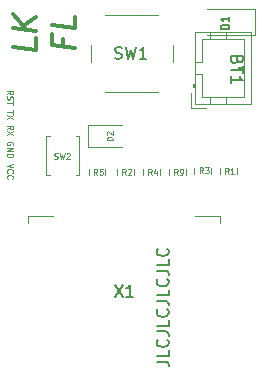
<source format=gbr>
G04 #@! TF.GenerationSoftware,KiCad,Pcbnew,(5.1.9)-1*
G04 #@! TF.CreationDate,2021-03-01T14:18:58+01:00*
G04 #@! TF.ProjectId,button_timer_v1.2.1_lipo[TPL5110],62757474-6f6e-45f7-9469-6d65725f7631,rev?*
G04 #@! TF.SameCoordinates,Original*
G04 #@! TF.FileFunction,Legend,Top*
G04 #@! TF.FilePolarity,Positive*
%FSLAX46Y46*%
G04 Gerber Fmt 4.6, Leading zero omitted, Abs format (unit mm)*
G04 Created by KiCad (PCBNEW (5.1.9)-1) date 2021-03-01 14:18:58*
%MOMM*%
%LPD*%
G01*
G04 APERTURE LIST*
%ADD10C,0.300000*%
%ADD11C,0.125000*%
%ADD12C,0.150000*%
%ADD13C,0.120000*%
G04 APERTURE END LIST*
D10*
X118154761Y-62980922D02*
X118154761Y-63933303D01*
X116154761Y-63683303D01*
X118154761Y-62314255D02*
X116154761Y-62064255D01*
X118154761Y-61171398D02*
X117011904Y-61885684D01*
X116154761Y-60921398D02*
X117297619Y-62207113D01*
X120407142Y-62992827D02*
X120407142Y-63659494D01*
X121454761Y-63790446D02*
X119454761Y-63540446D01*
X119454761Y-62588065D01*
X121454761Y-61123779D02*
X121454761Y-62076160D01*
X119454761Y-61826160D01*
D11*
X115673809Y-67691428D02*
X115911904Y-67524761D01*
X115673809Y-67405714D02*
X116173809Y-67405714D01*
X116173809Y-67596190D01*
X116150000Y-67643809D01*
X116126190Y-67667619D01*
X116078571Y-67691428D01*
X116007142Y-67691428D01*
X115959523Y-67667619D01*
X115935714Y-67643809D01*
X115911904Y-67596190D01*
X115911904Y-67405714D01*
X115697619Y-67881904D02*
X115673809Y-67953333D01*
X115673809Y-68072380D01*
X115697619Y-68120000D01*
X115721428Y-68143809D01*
X115769047Y-68167619D01*
X115816666Y-68167619D01*
X115864285Y-68143809D01*
X115888095Y-68120000D01*
X115911904Y-68072380D01*
X115935714Y-67977142D01*
X115959523Y-67929523D01*
X115983333Y-67905714D01*
X116030952Y-67881904D01*
X116078571Y-67881904D01*
X116126190Y-67905714D01*
X116150000Y-67929523D01*
X116173809Y-67977142D01*
X116173809Y-68096190D01*
X116150000Y-68167619D01*
X116173809Y-68310476D02*
X116173809Y-68596190D01*
X115673809Y-68453333D02*
X116173809Y-68453333D01*
X116173809Y-69072380D02*
X116173809Y-69358095D01*
X115673809Y-69215238D02*
X116173809Y-69215238D01*
X116173809Y-69477142D02*
X115673809Y-69810476D01*
X116173809Y-69810476D02*
X115673809Y-69477142D01*
X115673809Y-70667619D02*
X115911904Y-70500952D01*
X115673809Y-70381904D02*
X116173809Y-70381904D01*
X116173809Y-70572380D01*
X116150000Y-70620000D01*
X116126190Y-70643809D01*
X116078571Y-70667619D01*
X116007142Y-70667619D01*
X115959523Y-70643809D01*
X115935714Y-70620000D01*
X115911904Y-70572380D01*
X115911904Y-70381904D01*
X116173809Y-70834285D02*
X115673809Y-71167619D01*
X116173809Y-71167619D02*
X115673809Y-70834285D01*
X116150000Y-72000952D02*
X116173809Y-71953333D01*
X116173809Y-71881904D01*
X116150000Y-71810476D01*
X116102380Y-71762857D01*
X116054761Y-71739047D01*
X115959523Y-71715238D01*
X115888095Y-71715238D01*
X115792857Y-71739047D01*
X115745238Y-71762857D01*
X115697619Y-71810476D01*
X115673809Y-71881904D01*
X115673809Y-71929523D01*
X115697619Y-72000952D01*
X115721428Y-72024761D01*
X115888095Y-72024761D01*
X115888095Y-71929523D01*
X115673809Y-72239047D02*
X116173809Y-72239047D01*
X115673809Y-72524761D01*
X116173809Y-72524761D01*
X115673809Y-72762857D02*
X116173809Y-72762857D01*
X116173809Y-72881904D01*
X116150000Y-72953333D01*
X116102380Y-73000952D01*
X116054761Y-73024761D01*
X115959523Y-73048571D01*
X115888095Y-73048571D01*
X115792857Y-73024761D01*
X115745238Y-73000952D01*
X115697619Y-72953333D01*
X115673809Y-72881904D01*
X115673809Y-72762857D01*
X116173809Y-73572380D02*
X115673809Y-73739047D01*
X116173809Y-73905714D01*
X115721428Y-74358095D02*
X115697619Y-74334285D01*
X115673809Y-74262857D01*
X115673809Y-74215238D01*
X115697619Y-74143809D01*
X115745238Y-74096190D01*
X115792857Y-74072380D01*
X115888095Y-74048571D01*
X115959523Y-74048571D01*
X116054761Y-74072380D01*
X116102380Y-74096190D01*
X116150000Y-74143809D01*
X116173809Y-74215238D01*
X116173809Y-74262857D01*
X116150000Y-74334285D01*
X116126190Y-74358095D01*
X115721428Y-74858095D02*
X115697619Y-74834285D01*
X115673809Y-74762857D01*
X115673809Y-74715238D01*
X115697619Y-74643809D01*
X115745238Y-74596190D01*
X115792857Y-74572380D01*
X115888095Y-74548571D01*
X115959523Y-74548571D01*
X116054761Y-74572380D01*
X116102380Y-74596190D01*
X116150000Y-74643809D01*
X116173809Y-74715238D01*
X116173809Y-74762857D01*
X116150000Y-74834285D01*
X116126190Y-74858095D01*
D12*
X128357380Y-90344047D02*
X129071666Y-90344047D01*
X129214523Y-90391666D01*
X129309761Y-90486904D01*
X129357380Y-90629761D01*
X129357380Y-90725000D01*
X129357380Y-89391666D02*
X129357380Y-89867857D01*
X128357380Y-89867857D01*
X129262142Y-88486904D02*
X129309761Y-88534523D01*
X129357380Y-88677380D01*
X129357380Y-88772619D01*
X129309761Y-88915476D01*
X129214523Y-89010714D01*
X129119285Y-89058333D01*
X128928809Y-89105952D01*
X128785952Y-89105952D01*
X128595476Y-89058333D01*
X128500238Y-89010714D01*
X128405000Y-88915476D01*
X128357380Y-88772619D01*
X128357380Y-88677380D01*
X128405000Y-88534523D01*
X128452619Y-88486904D01*
X128357380Y-87772619D02*
X129071666Y-87772619D01*
X129214523Y-87820238D01*
X129309761Y-87915476D01*
X129357380Y-88058333D01*
X129357380Y-88153571D01*
X129357380Y-86820238D02*
X129357380Y-87296428D01*
X128357380Y-87296428D01*
X129262142Y-85915476D02*
X129309761Y-85963095D01*
X129357380Y-86105952D01*
X129357380Y-86201190D01*
X129309761Y-86344047D01*
X129214523Y-86439285D01*
X129119285Y-86486904D01*
X128928809Y-86534523D01*
X128785952Y-86534523D01*
X128595476Y-86486904D01*
X128500238Y-86439285D01*
X128405000Y-86344047D01*
X128357380Y-86201190D01*
X128357380Y-86105952D01*
X128405000Y-85963095D01*
X128452619Y-85915476D01*
X128357380Y-85201190D02*
X129071666Y-85201190D01*
X129214523Y-85248809D01*
X129309761Y-85344047D01*
X129357380Y-85486904D01*
X129357380Y-85582142D01*
X129357380Y-84248809D02*
X129357380Y-84725000D01*
X128357380Y-84725000D01*
X129262142Y-83344047D02*
X129309761Y-83391666D01*
X129357380Y-83534523D01*
X129357380Y-83629761D01*
X129309761Y-83772619D01*
X129214523Y-83867857D01*
X129119285Y-83915476D01*
X128928809Y-83963095D01*
X128785952Y-83963095D01*
X128595476Y-83915476D01*
X128500238Y-83867857D01*
X128405000Y-83772619D01*
X128357380Y-83629761D01*
X128357380Y-83534523D01*
X128405000Y-83391666D01*
X128452619Y-83344047D01*
X128357380Y-82629761D02*
X129071666Y-82629761D01*
X129214523Y-82677380D01*
X129309761Y-82772619D01*
X129357380Y-82915476D01*
X129357380Y-83010714D01*
X129357380Y-81677380D02*
X129357380Y-82153571D01*
X128357380Y-82153571D01*
X129262142Y-80772619D02*
X129309761Y-80820238D01*
X129357380Y-80963095D01*
X129357380Y-81058333D01*
X129309761Y-81201190D01*
X129214523Y-81296428D01*
X129119285Y-81344047D01*
X128928809Y-81391666D01*
X128785952Y-81391666D01*
X128595476Y-81344047D01*
X128500238Y-81296428D01*
X128405000Y-81201190D01*
X128357380Y-81058333D01*
X128357380Y-80963095D01*
X128405000Y-80820238D01*
X128452619Y-80772619D01*
D13*
G04 #@! TO.C,X1*
X117480000Y-78600000D02*
X117480000Y-77980000D01*
X117480000Y-77980000D02*
X119600000Y-77980000D01*
X131600000Y-77980000D02*
X133720000Y-77980000D01*
X133720000Y-77980000D02*
X133720000Y-78600000D01*
G04 #@! TO.C,D1*
X132611000Y-62680000D02*
X136696000Y-62680000D01*
X136696000Y-62680000D02*
X136696000Y-60510000D01*
X136696000Y-60510000D02*
X132611000Y-60510000D01*
G04 #@! TO.C,D2*
X125386500Y-70337000D02*
X122501500Y-70337000D01*
X122501500Y-70337000D02*
X122501500Y-72157000D01*
X122501500Y-72157000D02*
X125386500Y-72157000D01*
G04 #@! TO.C,R9*
X130810000Y-74038748D02*
X130810000Y-74561252D01*
X129390000Y-74038748D02*
X129390000Y-74561252D01*
G04 #@! TO.C,R5*
X124010000Y-74038748D02*
X124010000Y-74561252D01*
X122590000Y-74038748D02*
X122590000Y-74561252D01*
G04 #@! TO.C,R4*
X128610000Y-74038748D02*
X128610000Y-74561252D01*
X127190000Y-74038748D02*
X127190000Y-74561252D01*
G04 #@! TO.C,R3*
X132967800Y-73906748D02*
X132967800Y-74429252D01*
X131547800Y-73906748D02*
X131547800Y-74429252D01*
G04 #@! TO.C,R2*
X126410000Y-74038748D02*
X126410000Y-74561252D01*
X124990000Y-74038748D02*
X124990000Y-74561252D01*
G04 #@! TO.C,R1*
X135126800Y-73957548D02*
X135126800Y-74480052D01*
X133706800Y-73957548D02*
X133706800Y-74480052D01*
G04 #@! TO.C,SW2*
X118996000Y-71248000D02*
X119296000Y-71248000D01*
X118996000Y-74548000D02*
X118996000Y-71248000D01*
X119296000Y-74548000D02*
X118996000Y-74548000D01*
X121796000Y-71248000D02*
X121496000Y-71248000D01*
X121796000Y-74548000D02*
X121796000Y-71248000D01*
X121496000Y-74548000D02*
X121796000Y-74548000D01*
G04 #@! TO.C,SW1*
X129750000Y-65000000D02*
X129750000Y-63500000D01*
X128500000Y-61000000D02*
X124000000Y-61000000D01*
X122750000Y-63500000D02*
X122750000Y-65000000D01*
X124000000Y-67500000D02*
X128500000Y-67500000D01*
G04 #@! TO.C,BT1*
X131590000Y-68560000D02*
X136310000Y-68560000D01*
X136310000Y-68560000D02*
X136310000Y-62440000D01*
X136310000Y-62440000D02*
X131590000Y-62440000D01*
X131590000Y-62440000D02*
X131590000Y-68560000D01*
X131590000Y-66800000D02*
X131390000Y-66800000D01*
X131390000Y-66800000D02*
X131390000Y-67100000D01*
X131390000Y-67100000D02*
X131590000Y-67100000D01*
X131490000Y-66800000D02*
X131490000Y-67100000D01*
X131590000Y-66000000D02*
X132200000Y-66000000D01*
X132200000Y-66000000D02*
X132200000Y-67950000D01*
X132200000Y-67950000D02*
X135700000Y-67950000D01*
X135700000Y-67950000D02*
X135700000Y-63050000D01*
X135700000Y-63050000D02*
X132200000Y-63050000D01*
X132200000Y-63050000D02*
X132200000Y-65000000D01*
X132200000Y-65000000D02*
X131590000Y-65000000D01*
X132900000Y-68560000D02*
X132900000Y-67950000D01*
X134200000Y-68560000D02*
X134200000Y-67950000D01*
X132900000Y-62440000D02*
X132900000Y-63050000D01*
X134200000Y-62440000D02*
X134200000Y-63050000D01*
X135700000Y-65600000D02*
X135200000Y-65600000D01*
X135200000Y-65600000D02*
X135200000Y-65400000D01*
X135200000Y-65400000D02*
X135700000Y-65400000D01*
X135700000Y-65500000D02*
X135200000Y-65500000D01*
X131290000Y-67610000D02*
X131290000Y-68860000D01*
X131290000Y-68860000D02*
X132540000Y-68860000D01*
G04 #@! TO.C,X1*
D12*
X124790476Y-83837380D02*
X125457142Y-84837380D01*
X125457142Y-83837380D02*
X124790476Y-84837380D01*
X126361904Y-84837380D02*
X125790476Y-84837380D01*
X126076190Y-84837380D02*
X126076190Y-83837380D01*
X125980952Y-83980238D01*
X125885714Y-84075476D01*
X125790476Y-84123095D01*
G04 #@! TO.C,D1*
X134477666Y-62211666D02*
X133777666Y-62211666D01*
X133777666Y-62045000D01*
X133811000Y-61945000D01*
X133877666Y-61878333D01*
X133944333Y-61845000D01*
X134077666Y-61811666D01*
X134177666Y-61811666D01*
X134311000Y-61845000D01*
X134377666Y-61878333D01*
X134444333Y-61945000D01*
X134477666Y-62045000D01*
X134477666Y-62211666D01*
X134477666Y-61145000D02*
X134477666Y-61545000D01*
X134477666Y-61345000D02*
X133777666Y-61345000D01*
X133877666Y-61411666D01*
X133944333Y-61478333D01*
X133977666Y-61545000D01*
G04 #@! TO.C,D2*
D11*
X124612690Y-71616047D02*
X124112690Y-71616047D01*
X124112690Y-71497000D01*
X124136500Y-71425571D01*
X124184119Y-71377952D01*
X124231738Y-71354142D01*
X124326976Y-71330333D01*
X124398404Y-71330333D01*
X124493642Y-71354142D01*
X124541261Y-71377952D01*
X124588880Y-71425571D01*
X124612690Y-71497000D01*
X124612690Y-71616047D01*
X124160309Y-71139857D02*
X124136500Y-71116047D01*
X124112690Y-71068428D01*
X124112690Y-70949380D01*
X124136500Y-70901761D01*
X124160309Y-70877952D01*
X124207928Y-70854142D01*
X124255547Y-70854142D01*
X124326976Y-70877952D01*
X124612690Y-71163666D01*
X124612690Y-70854142D01*
G04 #@! TO.C,R9*
X130116666Y-74526190D02*
X129950000Y-74288095D01*
X129830952Y-74526190D02*
X129830952Y-74026190D01*
X130021428Y-74026190D01*
X130069047Y-74050000D01*
X130092857Y-74073809D01*
X130116666Y-74121428D01*
X130116666Y-74192857D01*
X130092857Y-74240476D01*
X130069047Y-74264285D01*
X130021428Y-74288095D01*
X129830952Y-74288095D01*
X130354761Y-74526190D02*
X130450000Y-74526190D01*
X130497619Y-74502380D01*
X130521428Y-74478571D01*
X130569047Y-74407142D01*
X130592857Y-74311904D01*
X130592857Y-74121428D01*
X130569047Y-74073809D01*
X130545238Y-74050000D01*
X130497619Y-74026190D01*
X130402380Y-74026190D01*
X130354761Y-74050000D01*
X130330952Y-74073809D01*
X130307142Y-74121428D01*
X130307142Y-74240476D01*
X130330952Y-74288095D01*
X130354761Y-74311904D01*
X130402380Y-74335714D01*
X130497619Y-74335714D01*
X130545238Y-74311904D01*
X130569047Y-74288095D01*
X130592857Y-74240476D01*
G04 #@! TO.C,R5*
X123316666Y-74526190D02*
X123150000Y-74288095D01*
X123030952Y-74526190D02*
X123030952Y-74026190D01*
X123221428Y-74026190D01*
X123269047Y-74050000D01*
X123292857Y-74073809D01*
X123316666Y-74121428D01*
X123316666Y-74192857D01*
X123292857Y-74240476D01*
X123269047Y-74264285D01*
X123221428Y-74288095D01*
X123030952Y-74288095D01*
X123769047Y-74026190D02*
X123530952Y-74026190D01*
X123507142Y-74264285D01*
X123530952Y-74240476D01*
X123578571Y-74216666D01*
X123697619Y-74216666D01*
X123745238Y-74240476D01*
X123769047Y-74264285D01*
X123792857Y-74311904D01*
X123792857Y-74430952D01*
X123769047Y-74478571D01*
X123745238Y-74502380D01*
X123697619Y-74526190D01*
X123578571Y-74526190D01*
X123530952Y-74502380D01*
X123507142Y-74478571D01*
G04 #@! TO.C,R4*
X127916666Y-74526190D02*
X127750000Y-74288095D01*
X127630952Y-74526190D02*
X127630952Y-74026190D01*
X127821428Y-74026190D01*
X127869047Y-74050000D01*
X127892857Y-74073809D01*
X127916666Y-74121428D01*
X127916666Y-74192857D01*
X127892857Y-74240476D01*
X127869047Y-74264285D01*
X127821428Y-74288095D01*
X127630952Y-74288095D01*
X128345238Y-74192857D02*
X128345238Y-74526190D01*
X128226190Y-74002380D02*
X128107142Y-74359523D01*
X128416666Y-74359523D01*
G04 #@! TO.C,R3*
X132274466Y-74394190D02*
X132107800Y-74156095D01*
X131988752Y-74394190D02*
X131988752Y-73894190D01*
X132179228Y-73894190D01*
X132226847Y-73918000D01*
X132250657Y-73941809D01*
X132274466Y-73989428D01*
X132274466Y-74060857D01*
X132250657Y-74108476D01*
X132226847Y-74132285D01*
X132179228Y-74156095D01*
X131988752Y-74156095D01*
X132441133Y-73894190D02*
X132750657Y-73894190D01*
X132583990Y-74084666D01*
X132655419Y-74084666D01*
X132703038Y-74108476D01*
X132726847Y-74132285D01*
X132750657Y-74179904D01*
X132750657Y-74298952D01*
X132726847Y-74346571D01*
X132703038Y-74370380D01*
X132655419Y-74394190D01*
X132512561Y-74394190D01*
X132464942Y-74370380D01*
X132441133Y-74346571D01*
G04 #@! TO.C,R2*
X125716666Y-74526190D02*
X125550000Y-74288095D01*
X125430952Y-74526190D02*
X125430952Y-74026190D01*
X125621428Y-74026190D01*
X125669047Y-74050000D01*
X125692857Y-74073809D01*
X125716666Y-74121428D01*
X125716666Y-74192857D01*
X125692857Y-74240476D01*
X125669047Y-74264285D01*
X125621428Y-74288095D01*
X125430952Y-74288095D01*
X125907142Y-74073809D02*
X125930952Y-74050000D01*
X125978571Y-74026190D01*
X126097619Y-74026190D01*
X126145238Y-74050000D01*
X126169047Y-74073809D01*
X126192857Y-74121428D01*
X126192857Y-74169047D01*
X126169047Y-74240476D01*
X125883333Y-74526190D01*
X126192857Y-74526190D01*
G04 #@! TO.C,R1*
X134433466Y-74444990D02*
X134266800Y-74206895D01*
X134147752Y-74444990D02*
X134147752Y-73944990D01*
X134338228Y-73944990D01*
X134385847Y-73968800D01*
X134409657Y-73992609D01*
X134433466Y-74040228D01*
X134433466Y-74111657D01*
X134409657Y-74159276D01*
X134385847Y-74183085D01*
X134338228Y-74206895D01*
X134147752Y-74206895D01*
X134909657Y-74444990D02*
X134623942Y-74444990D01*
X134766800Y-74444990D02*
X134766800Y-73944990D01*
X134719180Y-74016419D01*
X134671561Y-74064038D01*
X134623942Y-74087847D01*
G04 #@! TO.C,SW2*
X119679333Y-73150380D02*
X119750761Y-73174190D01*
X119869809Y-73174190D01*
X119917428Y-73150380D01*
X119941238Y-73126571D01*
X119965047Y-73078952D01*
X119965047Y-73031333D01*
X119941238Y-72983714D01*
X119917428Y-72959904D01*
X119869809Y-72936095D01*
X119774571Y-72912285D01*
X119726952Y-72888476D01*
X119703142Y-72864666D01*
X119679333Y-72817047D01*
X119679333Y-72769428D01*
X119703142Y-72721809D01*
X119726952Y-72698000D01*
X119774571Y-72674190D01*
X119893619Y-72674190D01*
X119965047Y-72698000D01*
X120131714Y-72674190D02*
X120250761Y-73174190D01*
X120346000Y-72817047D01*
X120441238Y-73174190D01*
X120560285Y-72674190D01*
X120726952Y-72721809D02*
X120750761Y-72698000D01*
X120798380Y-72674190D01*
X120917428Y-72674190D01*
X120965047Y-72698000D01*
X120988857Y-72721809D01*
X121012666Y-72769428D01*
X121012666Y-72817047D01*
X120988857Y-72888476D01*
X120703142Y-73174190D01*
X121012666Y-73174190D01*
G04 #@! TO.C,SW1*
D12*
X124816666Y-64654761D02*
X124959523Y-64702380D01*
X125197619Y-64702380D01*
X125292857Y-64654761D01*
X125340476Y-64607142D01*
X125388095Y-64511904D01*
X125388095Y-64416666D01*
X125340476Y-64321428D01*
X125292857Y-64273809D01*
X125197619Y-64226190D01*
X125007142Y-64178571D01*
X124911904Y-64130952D01*
X124864285Y-64083333D01*
X124816666Y-63988095D01*
X124816666Y-63892857D01*
X124864285Y-63797619D01*
X124911904Y-63750000D01*
X125007142Y-63702380D01*
X125245238Y-63702380D01*
X125388095Y-63750000D01*
X125721428Y-63702380D02*
X125959523Y-64702380D01*
X126150000Y-63988095D01*
X126340476Y-64702380D01*
X126578571Y-63702380D01*
X127483333Y-64702380D02*
X126911904Y-64702380D01*
X127197619Y-64702380D02*
X127197619Y-63702380D01*
X127102380Y-63845238D01*
X127007142Y-63940476D01*
X126911904Y-63988095D01*
G04 #@! TO.C,BT1*
X135171428Y-64814285D02*
X135123809Y-64957142D01*
X135076190Y-65004761D01*
X134980952Y-65052380D01*
X134838095Y-65052380D01*
X134742857Y-65004761D01*
X134695238Y-64957142D01*
X134647619Y-64861904D01*
X134647619Y-64480952D01*
X135647619Y-64480952D01*
X135647619Y-64814285D01*
X135600000Y-64909523D01*
X135552380Y-64957142D01*
X135457142Y-65004761D01*
X135361904Y-65004761D01*
X135266666Y-64957142D01*
X135219047Y-64909523D01*
X135171428Y-64814285D01*
X135171428Y-64480952D01*
X135647619Y-65338095D02*
X135647619Y-65909523D01*
X134647619Y-65623809D02*
X135647619Y-65623809D01*
X134647619Y-66766666D02*
X134647619Y-66195238D01*
X134647619Y-66480952D02*
X135647619Y-66480952D01*
X135504761Y-66385714D01*
X135409523Y-66290476D01*
X135361904Y-66195238D01*
G04 #@! TD*
M02*

</source>
